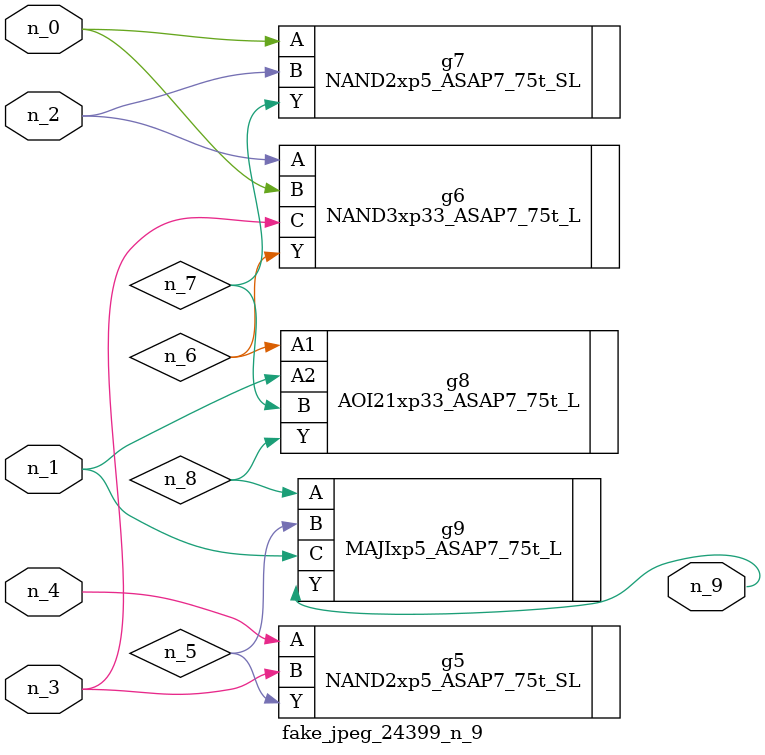
<source format=v>
module fake_jpeg_24399_n_9 (n_3, n_2, n_1, n_0, n_4, n_9);

input n_3;
input n_2;
input n_1;
input n_0;
input n_4;

output n_9;

wire n_8;
wire n_6;
wire n_5;
wire n_7;

NAND2xp5_ASAP7_75t_SL g5 ( 
.A(n_4),
.B(n_3),
.Y(n_5)
);

NAND3xp33_ASAP7_75t_L g6 ( 
.A(n_2),
.B(n_0),
.C(n_3),
.Y(n_6)
);

NAND2xp5_ASAP7_75t_SL g7 ( 
.A(n_0),
.B(n_2),
.Y(n_7)
);

AOI21xp33_ASAP7_75t_L g8 ( 
.A1(n_6),
.A2(n_1),
.B(n_7),
.Y(n_8)
);

MAJIxp5_ASAP7_75t_L g9 ( 
.A(n_8),
.B(n_5),
.C(n_1),
.Y(n_9)
);


endmodule
</source>
